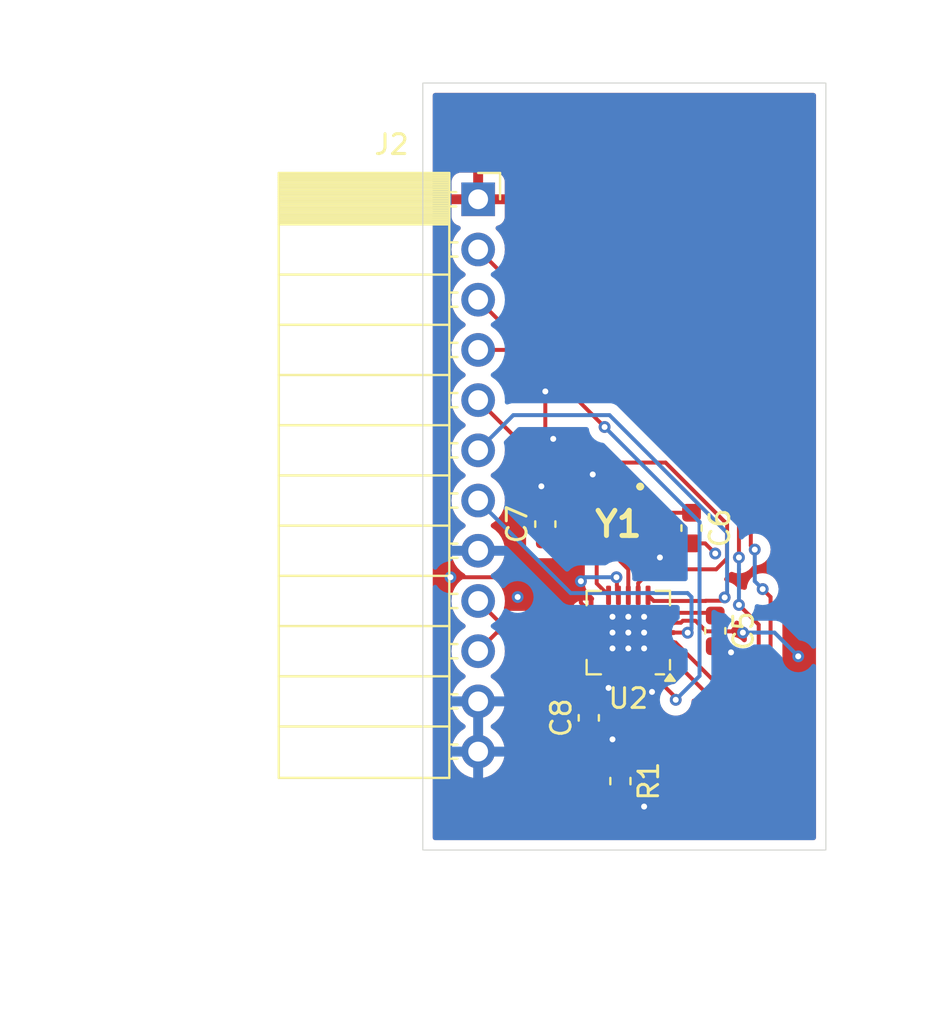
<source format=kicad_pcb>
(kicad_pcb (version 20240108) (generator "pcbnew") (generator_version "8.0")
  (layers (0 "F.Cu" signal) (31 "B.Cu" signal) (34 "B.Paste" user) (35 "F.Paste" user) (36 "B.SilkS" user "B.Silkscreen") (37 "F.SilkS" user "F.Silkscreen") (38 "B.Mask" user) (39 "F.Mask" user) (44 "Edge.Cuts" user))
  (net 0 "")
  (net 1 "GND")
  (net 2 "Net-(U2-DCOUPL)")
  (net 3 "OSC_IN")
  (net 4 "OSC_OUT")
  (net 5 "VDD")
  (net 6 "RBIAS")
  (net 7 "RF_P")
  (net 8 "RF_N")
  (net 9 "GDO2")
  (net 10 "SPI_SCLK")
  (net 11 "SPI_MOSI")
  (net 12 "SPI_NSS")
  (net 13 "SPI_MISO")
  (net 14 "GDO0")
  (footprint "Capacitor_SMD:C_0603_1608Metric" (layer "F.Cu") (at 159.8 65.1125 -90)
    (property "Reference" "C8" (at 0 1.4 90) (layer "F.SilkS"))
    (property "Value" "0.1uF")
    (fp_line (start -0.14058 0.51) (end 0.14058 0.51) (stroke (width 0.12)) (layer "F.SilkS"))
    (fp_line (start -0.14058 -0.51) (end 0.14058 -0.51) (stroke (width 0.12)) (layer "F.SilkS"))
    (pad "1" smd roundrect (at -0.775 0 270) (size 0.9 0.95) (layers "F.Cu" "F.Paste" "F.Mask") (net 5 "VDD"))
    (pad "2" smd roundrect (at 0.775 0 270) (size 0.9 0.95) (layers "F.Cu" "F.Paste" "F.Mask") (net 1 "GND"))
  )
  (footprint "Capacitor_SMD:C_0603_1608Metric" (layer "F.Cu") (at 157.6 55.3125 90)
    (property "Reference" "C7" (at 0 -1.43 90) (layer "F.SilkS"))
    (property "Value" "27pF")
    (fp_line (start -0.14058 -0.51) (end 0.14058 -0.51) (stroke (width 0.12)) (layer "F.SilkS"))
    (fp_line (start -0.14058 0.51) (end 0.14058 0.51) (stroke (width 0.12)) (layer "F.SilkS"))
    (pad "1" smd roundrect (at -0.775 0 90) (size 0.9 0.95) (layers "F.Cu" "F.Paste" "F.Mask") (net 4 "OSC_OUT"))
    (pad "2" smd roundrect (at 0.775 0 90) (size 0.9 0.95) (layers "F.Cu" "F.Paste" "F.Mask") (net 1 "GND"))
  )
  (footprint "Inductor_SMD:L_0603_1608Metric" (layer "F.Cu") (at 161.4 68.3125 -90)
    (property "Reference" "R1" (at 0 -1.43 90) (layer "F.SilkS"))
    (property "Value" "56k")
    (fp_line (start -0.162779 0.51) (end 0.162779 0.51) (stroke (width 0.12)) (layer "F.SilkS"))
    (fp_line (start -0.162779 -0.51) (end 0.162779 -0.51) (stroke (width 0.12)) (layer "F.SilkS"))
    (pad "1" smd roundrect (at -0.7875 0 270) (size 0.875 0.95) (layers "F.Cu" "F.Paste" "F.Mask") (net 6 "RBIAS"))
    (pad "2" smd roundrect (at 0.7875 0 270) (size 0.875 0.95) (layers "F.Cu" "F.Paste" "F.Mask") (net 1 "GND"))
  )
  (footprint "Connector_PinSocket_2.54mm:PinSocket_1x12_P2.54mm_Horizontal" (layer "F.Cu") (at 154.2 38.88)
    (property "Reference" "J2" (at -4.38 -2.77 0) (layer "F.SilkS"))
    (property "Value" "Conn_01x12")
    (fp_line (start -10.09 -1.33) (end -10.09 29.27) (stroke (width 0.12)) (layer "F.SilkS"))
    (fp_line (start -10.09 -1.33) (end -1.46 -1.33) (stroke (width 0.12)) (layer "F.SilkS"))
    (fp_line (start -10.09 -1.21) (end -1.46 -1.21) (stroke (width 0.12)) (layer "F.SilkS"))
    (fp_line (start -10.09 -1.091905) (end -1.46 -1.091905) (stroke (width 0.12)) (layer "F.SilkS"))
    (fp_line (start -10.09 -0.97381) (end -1.46 -0.97381) (stroke (width 0.12)) (layer "F.SilkS"))
    (fp_line (start -10.09 -0.855715) (end -1.46 -0.855715) (stroke (width 0.12)) (layer "F.SilkS"))
    (fp_line (start -10.09 -0.73762) (end -1.46 -0.73762) (stroke (width 0.12)) (layer "F.SilkS"))
    (fp_line (start -10.09 -0.619525) (end -1.46 -0.619525) (stroke (width 0.12)) (layer "F.SilkS"))
    (fp_line (start -10.09 -0.50143) (end -1.46 -0.50143) (stroke (width 0.12)) (layer "F.SilkS"))
    (fp_line (start -10.09 -0.383335) (end -1.46 -0.383335) (stroke (width 0.12)) (layer "F.SilkS"))
    (fp_line (start -10.09 -0.26524) (end -1.46 -0.26524) (stroke (width 0.12)) (layer "F.SilkS"))
    (fp_line (start -10.09 -0.147145) (end -1.46 -0.147145) (stroke (width 0.12)) (layer "F.SilkS"))
    (fp_line (start -10.09 -0.02905) (end -1.46 -0.02905) (stroke (width 0.12)) (layer "F.SilkS"))
    (fp_line (start -10.09 0.089045) (end -1.46 0.089045) (stroke (width 0.12)) (layer "F.SilkS"))
    (fp_line (start -10.09 0.20714) (end -1.46 0.20714) (stroke (width 0.12)) (layer "F.SilkS"))
    (fp_line (start -10.09 0.325235) (end -1.46 0.325235) (stroke (width 0.12)) (layer "F.SilkS"))
    (fp_line (start -10.09 0.44333) (end -1.46 0.44333) (stroke (width 0.12)) (layer "F.SilkS"))
    (fp_line (start -10.09 0.561425) (end -1.46 0.561425) (stroke (width 0.12)) (layer "F.SilkS"))
    (fp_line (start -10.09 0.67952) (end -1.46 0.67952) (stroke (width 0.12)) (layer "F.SilkS"))
    (fp_line (start -10.09 0.797615) (end -1.46 0.797615) (stroke (width 0.12)) (layer "F.SilkS"))
    (fp_line (start -10.09 0.91571) (end -1.46 0.91571) (stroke (width 0.12)) (layer "F.SilkS"))
    (fp_line (start -10.09 1.033805) (end -1.46 1.033805) (stroke (width 0.12)) (layer "F.SilkS"))
    (fp_line (start -10.09 1.1519) (end -1.46 1.1519) (stroke (width 0.12)) (layer "F.SilkS"))
    (fp_line (start -10.09 1.27) (end -1.46 1.27) (stroke (width 0.12)) (layer "F.SilkS"))
    (fp_line (start -10.09 3.81) (end -1.46 3.81) (stroke (width 0.12)) (layer "F.SilkS"))
    (fp_line (start -10.09 6.35) (end -1.46 6.35) (stroke (width 0.12)) (layer "F.SilkS"))
    (fp_line (start -10.09 8.89) (end -1.46 8.89) (stroke (width 0.12)) (layer "F.SilkS"))
    (fp_line (start -10.09 11.43) (end -1.46 11.43) (stroke (width 0.12)) (layer "F.SilkS"))
    (fp_line (start -10.09 13.97) (end -1.46 13.97) (stroke (width 0.12)) (layer "F.SilkS"))
    (fp_line (start -10.09 16.51) (end -1.46 16.51) (stroke (width 0.12)) (layer "F.SilkS"))
    (fp_line (start -10.09 19.05) (end -1.46 19.05) (stroke (width 0.12)) (layer "F.SilkS"))
    (fp_line (start -10.09 21.59) (end -1.46 21.59) (stroke (width 0.12)) (layer "F.SilkS"))
    (fp_line (start -10.09 24.13) (end -1.46 24.13) (stroke (width 0.12)) (layer "F.SilkS"))
    (fp_line (start -10.09 26.67) (end -1.46 26.67) (stroke (width 0.12)) (layer "F.SilkS"))
    (fp_line (start -10.09 29.27) (end -1.46 29.27) (stroke (width 0.12)) (layer "F.SilkS"))
    (fp_line (start -1.46 -1.33) (end -1.46 29.27) (stroke (width 0.12)) (layer "F.SilkS"))
    (fp_line (start -1.46 -0.36) (end -1.11 -0.36) (stroke (width 0.12)) (layer "F.SilkS"))
    (fp_line (start -1.46 0.36) (end -1.11 0.36) (stroke (width 0.12)) (layer "F.SilkS"))
    (fp_line (start -1.46 2.18) (end -1.05 2.18) (stroke (width 0.12)) (layer "F.SilkS"))
    (fp_line (start -1.46 2.9) (end -1.05 2.9) (stroke (width 0.12)) (layer "F.SilkS"))
    (fp_line (start -1.46 4.72) (end -1.05 4.72) (stroke (width 0.12)) (layer "F.SilkS"))
    (fp_line (start -1.46 5.44) (end -1.05 5.44) (stroke (width 0.12)) (layer "F.SilkS"))
    (fp_line (start -1.46 7.26) (end -1.05 7.26) (stroke (width 0.12)) (layer "F.SilkS"))
    (fp_line (start -1.46 7.98) (end -1.05 7.98) (stroke (width 0.12)) (layer "F.SilkS"))
    (fp_line (start -1.46 9.8) (end -1.05 9.8) (stroke (width 0.12)) (layer "F.SilkS"))
    (fp_line (start -1.46 10.52) (end -1.05 10.52) (stroke (width 0.12)) (layer "F.SilkS"))
    (fp_line (start -1.46 12.34) (end -1.05 12.34) (stroke (width 0.12)) (layer "F.SilkS"))
    (fp_line (start -1.46 13.06) (end -1.05 13.06) (stroke (width 0.12)) (layer "F.SilkS"))
    (fp_line (start -1.46 14.88) (end -1.05 14.88) (stroke (width 0.12)) (layer "F.SilkS"))
    (fp_line (start -1.46 15.6) (end -1.05 15.6) (stroke (width 0.12)) (layer "F.SilkS"))
    (fp_line (start -1.46 17.42) (end -1.05 17.42) (stroke (width 0.12)) (layer "F.SilkS"))
    (fp_line (start -1.46 18.14) (end -1.05 18.14) (stroke (width 0.12)) (layer "F.SilkS"))
    (fp_line (start -1.46 19.96) (end -1.05 19.96) (stroke (width 0.12)) (layer "F.SilkS"))
    (fp_line (start -1.46 20.68) (end -1.05 20.68) (stroke (width 0.12)) (layer "F.SilkS"))
    (fp_line (start -1.46 22.5) (end -1.05 22.5) (stroke (width 0.12)) (layer "F.SilkS"))
    (fp_line (start -1.46 23.22) (end -1.05 23.22) (stroke (width 0.12)) (layer "F.SilkS"))
    (fp_line (start -1.46 25.04) (end -1.05 25.04) (stroke (width 0.12)) (layer "F.SilkS"))
    (fp_line (start -1.46 25.76) (end -1.05 25.76) (stroke (width 0.12)) (layer "F.SilkS"))
    (fp_line (start -1.46 27.58) (end -1.05 27.58) (stroke (width 0.12)) (layer "F.SilkS"))
    (fp_line (start -1.46 28.3) (end -1.05 28.3) (stroke (width 0.12)) (layer "F.SilkS"))
    (fp_line (start 0 -1.33) (end 1.11 -1.33) (stroke (width 0.12)) (layer "F.SilkS"))
    (fp_line (start 1.11 -1.33) (end 1.11 0) (stroke (width 0.12)) (layer "F.SilkS"))
    (pad "1" thru_hole rect (at 0 0) (size 1.7 1.7) (drill 1) (layers "*.Cu" "*.Mask") (net 5 "VDD"))
    (pad "2" thru_hole oval (at 0 2.54) (size 1.7 1.7) (drill 1) (layers "*.Cu" "*.Mask") (net 10 "SPI_SCLK"))
    (pad "3" thru_hole oval (at 0 5.08) (size 1.7 1.7) (drill 1) (layers "*.Cu" "*.Mask") (net 13 "SPI_MISO"))
    (pad "4" thru_hole oval (at 0 7.62) (size 1.7 1.7) (drill 1) (layers "*.Cu" "*.Mask") (net 11 "SPI_MOSI"))
    (pad "5" thru_hole oval (at 0 10.16) (size 1.7 1.7) (drill 1) (layers "*.Cu" "*.Mask") (net 12 "SPI_NSS"))
    (pad "6" thru_hole oval (at 0 12.7) (size 1.7 1.7) (drill 1) (layers "*.Cu" "*.Mask") (net 14 "GDO0"))
    (pad "7" thru_hole oval (at 0 15.24) (size 1.7 1.7) (drill 1) (layers "*.Cu" "*.Mask") (net 9 "GDO2"))
    (pad "8" thru_hole oval (at 0 17.78) (size 1.7 1.7) (drill 1) (layers "*.Cu" "*.Mask") (net 1 "GND"))
    (pad "9" thru_hole oval (at 0 20.32) (size 1.7 1.7) (drill 1) (layers "*.Cu" "*.Mask") (net 7 "RF_P"))
    (pad "10" thru_hole oval (at 0 22.86) (size 1.7 1.7) (drill 1) (layers "*.Cu" "*.Mask") (net 8 "RF_N"))
    (pad "11" thru_hole oval (at 0 25.4) (size 1.7 1.7) (drill 1) (layers "*.Cu" "*.Mask") (net 1 "GND"))
    (pad "12" thru_hole oval (at 0 27.94) (size 1.7 1.7) (drill 1) (layers "*.Cu" "*.Mask") (net 1 "GND"))
  )
  (footprint "Package_DFN_QFN:Texas_RGP0020H_VQFN-20-1EP_4x4mm_P0.5mm_EP2.4x2.4mm" (layer "F.Cu") (at 161.8 60.8 180)
    (property "Reference" "U2" (at 0 -3.33 360) (layer "F.SilkS"))
    (property "Value" "CC1101RGPR")
    (fp_line (start 2.11 2.11) (end 2.11 1.385) (stroke (width 0.12)) (layer "F.SilkS"))
    (fp_line (start 2.11 -2.11) (end 2.11 -1.385) (stroke (width 0.12)) (layer "F.SilkS"))
    (fp_line (start 1.385 2.11) (end 2.11 2.11) (stroke (width 0.12)) (layer "F.SilkS"))
    (fp_line (start 1.385 -2.11) (end 2.11 -2.11) (stroke (width 0.12)) (layer "F.SilkS"))
    (fp_line (start -1.385 2.11) (end -2.11 2.11) (stroke (width 0.12)) (layer "F.SilkS"))
    (fp_line (start -1.385 -2.11) (end -1.81 -2.11) (stroke (width 0.12)) (layer "F.SilkS"))
    (fp_line (start -2.11 2.11) (end -2.11 1.385) (stroke (width 0.12)) (layer "F.SilkS"))
    (fp_line (start -2.11 -1.385) (end -2.11 -1.87) (stroke (width 0.12)) (layer "F.SilkS"))
    (fp_poly (pts (xy -2.11 -2.11) (xy -2.35 -2.44) (xy -1.87 -2.44) (xy -2.11 -2.11)) (stroke (width 0.12)) (fill solid) (layer "F.SilkS"))
    (pad "1" smd roundrect (at -1.8875 -1 180) (size 0.975 0.25) (layers "F.Cu" "F.Paste" "F.Mask") (net 10 "SPI_SCLK"))
    (pad "2" smd roundrect (at -1.8875 -0.5 180) (size 0.975 0.25) (layers "F.Cu" "F.Paste" "F.Mask") (net 13 "SPI_MISO"))
    (pad "3" smd roundrect (at -1.8875 0 180) (size 0.975 0.25) (layers "F.Cu" "F.Paste" "F.Mask") (net 9 "GDO2"))
    (pad "4" smd roundrect (at -1.8875 0.5 180) (size 0.975 0.25) (layers "F.Cu" "F.Paste" "F.Mask") (net 5 "VDD"))
    (pad "5" smd roundrect (at -1.8875 1 180) (size 0.975 0.25) (layers "F.Cu" "F.Paste" "F.Mask") (net 2 "Net-(U2-DCOUPL)"))
    (pad "6" smd roundrect (at -1 1.8875 180) (size 0.25 0.975) (layers "F.Cu" "F.Paste" "F.Mask") (net 14 "GDO0"))
    (pad "7" smd roundrect (at -0.5 1.8875 180) (size 0.25 0.975) (layers "F.Cu" "F.Paste" "F.Mask") (net 12 "SPI_NSS"))
    (pad "8" smd roundrect (at 0 1.8875 180) (size 0.25 0.975) (layers "F.Cu" "F.Paste" "F.Mask") (net 3 "OSC_IN"))
    (pad "9" smd roundrect (at 0.5 1.8875 180) (size 0.25 0.975) (layers "F.Cu" "F.Paste" "F.Mask") (net 5 "VDD"))
    (pad "10" smd roundrect (at 1 1.8875 180) (size 0.25 0.975) (layers "F.Cu" "F.Paste" "F.Mask") (net 4 "OSC_OUT"))
    (pad "11" smd roundrect (at 1.8875 1 180) (size 0.975 0.25) (layers "F.Cu" "F.Paste" "F.Mask") (net 5 "VDD"))
    (pad "12" smd roundrect (at 1.8875 0.5 180) (size 0.975 0.25) (layers "F.Cu" "F.Paste" "F.Mask") (net 7 "RF_P"))
    (pad "13" smd roundrect (at 1.8875 0 180) (size 0.975 0.25) (layers "F.Cu" "F.Paste" "F.Mask") (net 8 "RF_N"))
    (pad "14" smd roundrect (at 1.8875 -0.5 180) (size 0.975 0.25) (layers "F.Cu" "F.Paste" "F.Mask") (net 5 "VDD"))
    (pad "15" smd roundrect (at 1.8875 -1 180) (size 0.975 0.25) (layers "F.Cu" "F.Paste" "F.Mask") (net 5 "VDD"))
    (pad "16" smd roundrect (at 1 -1.8875 180) (size 0.25 0.975) (layers "F.Cu" "F.Paste" "F.Mask") (net 1 "GND"))
    (pad "17" smd roundrect (at 0.5 -1.8875 180) (size 0.25 0.975) (layers "F.Cu" "F.Paste" "F.Mask") (net 6 "RBIAS"))
    (pad "18" smd roundrect (at 0 -1.8875 180) (size 0.25 0.975) (layers "F.Cu" "F.Paste" "F.Mask") (net 5 "VDD"))
    (pad "19" smd roundrect (at -0.5 -1.8875 180) (size 0.25 0.975) (layers "F.Cu" "F.Paste" "F.Mask") (net 1 "GND"))
    (pad "20" smd roundrect (at -1 -1.8875 180) (size 0.25 0.975) (layers "F.Cu" "F.Paste" "F.Mask") (net 11 "SPI_MOSI"))
    (pad "21" smd rect (at 0 0 180) (size 2.4 2.4) (property pad_prop_heatsink) (layers "F.Cu" "F.Mask") (net 1 "GND"))
  )
  (footprint "Capacitor_SMD:C_0603_1608Metric" (layer "F.Cu") (at 166.2 60.7125 -90)
    (property "Reference" "C5" (at 0 -1.43 90) (layer "F.SilkS"))
    (property "Value" "0.1uF")
    (fp_line (start -0.14058 0.51) (end 0.14058 0.51) (stroke (width 0.12)) (layer "F.SilkS"))
    (fp_line (start -0.14058 -0.51) (end 0.14058 -0.51) (stroke (width 0.12)) (layer "F.SilkS"))
    (pad "1" smd roundrect (at -0.775 0 270) (size 0.9 0.95) (layers "F.Cu" "F.Paste" "F.Mask") (net 2 "Net-(U2-DCOUPL)"))
    (pad "2" smd roundrect (at 0.775 0 270) (size 0.9 0.95) (layers "F.Cu" "F.Paste" "F.Mask") (net 1 "GND"))
  )
  (footprint "SamacSys_Parts:NX3225GA16000MSTDCRG1" (layer "F.Cu") (at 161.3 55.3125 180)
    (property "Reference" "Y1" (at 0 0 360) (layer "F.SilkS") (effects (font (size 1.27 1.27) (thickness 0.254))))
    (property "Value" "NX3225GA-26.000MHZ-EXS00A-CG01972" (hide yes))
    (fp_line (start -1 1.9) (end -1 1.9) (stroke (width 0.2)) (layer "F.SilkS"))
    (fp_line (start -1.2 1.9) (end -1.2 1.9) (stroke (width 0.2)) (layer "F.SilkS"))
    (fp_arc (start -1 1.9) (mid -1.1 2) (end -1.2 1.9) (stroke (width 0.2)) (layer "F.SilkS"))
    (fp_arc (start -1.2 1.9) (mid -1.1 1.8) (end -1 1.9) (stroke (width 0.2)) (layer "F.SilkS"))
    (pad "1" smd rect (at -1.1 0.8 270) (size 1.2 1.4) (layers "F.Cu" "F.Paste" "F.Mask") (net 3 "OSC_IN"))
    (pad "2" smd rect (at 1.1 0.8 270) (size 1.2 1.4) (layers "F.Cu" "F.Paste" "F.Mask") (net 1 "GND"))
    (pad "3" smd rect (at 1.1 -0.8 270) (size 1.2 1.4) (layers "F.Cu" "F.Paste" "F.Mask") (net 4 "OSC_OUT"))
    (pad "4" smd rect (at -1.1 -0.8 270) (size 1.2 1.4) (layers "F.Cu" "F.Paste" "F.Mask") (net 1 "GND"))
  )
  (footprint "Capacitor_SMD:C_0603_1608Metric" (layer "F.Cu") (at 165 55.5125 -90)
    (property "Reference" "C6" (at 0 -1.43 90) (layer "F.SilkS"))
    (property "Value" "27pF")
    (fp_line (start -0.14058 0.51) (end 0.14058 0.51) (stroke (width 0.12)) (layer "F.SilkS"))
    (fp_line (start -0.14058 -0.51) (end 0.14058 -0.51) (stroke (width 0.12)) (layer "F.SilkS"))
    (pad "1" smd roundrect (at -0.775 0 270) (size 0.9 0.95) (layers "F.Cu" "F.Paste" "F.Mask") (net 3 "OSC_IN"))
    (pad "2" smd roundrect (at 0.775 0 270) (size 0.9 0.95) (layers "F.Cu" "F.Paste" "F.Mask") (net 1 "GND"))
  )
  (gr_rect (start 151.4 33) (end 171.8 71.8) (stroke (width 0.05)) (fill none) (layer "Edge.Cuts"))
  (segment (start 167 61.8) (end 166.5125 61.8) (width 0.2) (layer "F.Cu") (net 1))
  (segment (start 160.6875 65.8875) (end 161 66.2) (width 0.2) (layer "F.Cu") (net 1))
  (segment (start 160.2 54.5125) (end 160.2 53) (width 0.2) (layer "F.Cu") (net 1))
  (segment (start 162.1 69.1) (end 162.6 69.6) (width 0.2) (layer "F.Cu") (net 1))
  (segment (start 157.6 48.6) (end 157.6 50.6) (width 0.2) (layer "F.Cu") (net 1))
  (segment (start 163 63.8) (end 162.910614 63.8) (width 0.2) (layer "F.Cu") (net 1))
  (segment (start 165 56.2875) (end 165.6875 56.2875) (width 0.2) (layer "F.Cu") (net 1))
  (segment (start 157.6 54.5375) (end 157.6 53.6) (width 0.2) (layer "F.Cu") (net 1))
  (segment (start 161.4 69.1) (end 162.1 69.1) (width 0.2) (layer "F.Cu") (net 1))
  (segment (start 165.6875 56.2875) (end 166.2 56.8) (width 0.2) (layer "F.Cu") (net 1))
  (segment (start 162.3 63.189386) (end 162.3 62.6875) (width 0.2) (layer "F.Cu") (net 1))
  (segment (start 162.5125 56.1125) (end 163.4 57) (width 0.2) (layer "F.Cu") (net 1))
  (segment (start 166.5125 61.8) (end 166.2 61.4875) (width 0.2) (layer "F.Cu") (net 1))
  (segment (start 164.825 56.1125) (end 165 56.2875) (width 0.2) (layer "F.Cu") (net 1))
  (segment (start 157.6 53.6) (end 157.4 53.4) (width 0.2) (layer "F.Cu") (net 1))
  (segment (start 162.910614 63.8) (end 162.3 63.189386) (width 0.2) (layer "F.Cu") (net 1))
  (segment (start 157.6 50.6) (end 158 51) (width 0.2) (layer "F.Cu") (net 1))
  (segment (start 162.4 56.1125) (end 164.825 56.1125) (width 0.2) (layer "F.Cu") (net 1))
  (segment (start 160.8 63.6) (end 160.8 62.6875) (width 0.2) (layer "F.Cu") (net 1))
  (segment (start 160.2 53) (end 160 52.8) (width 0.2) (layer "F.Cu") (net 1))
  (segment (start 159.8 65.8875) (end 160.6875 65.8875) (width 0.2) (layer "F.Cu") (net 1))
  (segment (start 162.4 56.1125) (end 162.5125 56.1125) (width 0.2) (layer "F.Cu") (net 1))
  (via (at 161.8 60) (size 0.6) (drill 0.3) (layers "F.Cu" "B.Cu") (net 1))
  (via (at 160 52.8) (size 0.6) (drill 0.3) (layers "F.Cu" "B.Cu") (net 1))
  (via (at 161 60.8) (size 0.6) (drill 0.3) (layers "F.Cu" "B.Cu") (net 1))
  (via (at 161 60) (size 0.6) (drill 0.3) (layers "F.Cu" "B.Cu") (net 1))
  (via (at 158 51) (size 0.6) (drill 0.3) (layers "F.Cu" "B.Cu") (net 1))
  (via (at 162.6 69.6) (size 0.6) (drill 0.3) (layers "F.Cu" "B.Cu") (net 1))
  (via (at 163 63.8) (size 0.6) (drill 0.3) (layers "F.Cu" "B.Cu") (net 1))
  (via (at 161.8 61.6) (size 0.6) (drill 0.3) (layers "F.Cu" "B.Cu") (net 1))
  (via (at 162.6 60) (size 0.6) (drill 0.3) (layers "F.Cu" "B.Cu") (net 1))
  (via (at 161.8 60.8) (size 0.6) (drill 0.3) (layers "F.Cu" "B.Cu") (net 1))
  (via (at 166.2 56.8) (size 0.6) (drill 0.3) (layers "F.Cu" "B.Cu") (net 1))
  (via (at 157.6 48.6) (size 0.6) (drill 0.3) (layers "F.Cu" "B.Cu") (net 1))
  (via (at 157.4 53.4) (size 0.6) (drill 0.3) (layers "F.Cu" "B.Cu") (net 1))
  (via (at 160.8 63.6) (size 0.6) (drill 0.3) (layers "F.Cu" "B.Cu") (net 1))
  (via (at 162.6 60.8) (size 0.6) (drill 0.3) (layers "F.Cu" "B.Cu") (net 1))
  (via (at 161 66.2) (size 0.6) (drill 0.3) (layers "F.Cu" "B.Cu") (net 1))
  (via (at 167 61.8) (size 0.6) (drill 0.3) (layers "F.Cu" "B.Cu") (net 1))
  (via (at 161 61.6) (size 0.6) (drill 0.3) (layers "F.Cu" "B.Cu") (net 1))
  (via (at 163.4 57) (size 0.6) (drill 0.3) (layers "F.Cu" "B.Cu") (net 1))
  (via (at 162.6 61.6) (size 0.6) (drill 0.3) (layers "F.Cu" "B.Cu") (net 1))
  (segment (start 163.6875 59.8) (end 166.0625 59.8) (width 0.2) (layer "F.Cu") (net 2))
  (segment (start 166.0625 59.8) (end 166.2 59.9375) (width 0.2) (layer "F.Cu") (net 2))
  (segment (start 162.625 54.7375) (end 162.4 54.5125) (width 0.2) (layer "F.Cu") (net 3))
  (segment (start 162.1 54.5125) (end 161.4 55.2125) (width 0.2) (layer "F.Cu") (net 3))
  (segment (start 161.8 57.6) (end 161.8 58.9125) (width 0.2) (layer "F.Cu") (net 3))
  (segment (start 161.4 55.2125) (end 161.4 57.2) (width 0.2) (layer "F.Cu") (net 3))
  (segment (start 161.4 57.2) (end 161.8 57.6) (width 0.2) (layer "F.Cu") (net 3))
  (segment (start 165 54.7375) (end 162.625 54.7375) (width 0.2) (layer "F.Cu") (net 3))
  (segment (start 162.4 54.5125) (end 162.1 54.5125) (width 0.2) (layer "F.Cu") (net 3))
  (segment (start 160.2 58.3125) (end 160.8 58.9125) (width 0.2) (layer "F.Cu") (net 4))
  (segment (start 157.6 56.0875) (end 160.175 56.0875) (width 0.2) (layer "F.Cu") (net 4))
  (segment (start 160.175 56.0875) (end 160.2 56.1125) (width 0.2) (layer "F.Cu") (net 4))
  (segment (start 160.2 56.1125) (end 160.2 58.3125) (width 0.2) (layer "F.Cu") (net 4))
  (segment (start 164.462491 60.3) (end 164.562491 60.2) (width 0.2) (layer "F.Cu") (net 5))
  (segment (start 159.8 64.3375) (end 159.8 61.9125) (width 0.2) (layer "F.Cu") (net 5))
  (segment (start 159.4 58.2) (end 159.4 59.2875) (width 0.2) (layer "F.Cu") (net 5))
  (segment (start 167.5375 60.7375) (end 167.6 60.8) (width 0.2) (layer "F.Cu") (net 5))
  (segment (start 163.6875 60.3) (end 164.462491 60.3) (width 0.2) (layer "F.Cu") (net 5))
  (segment (start 159.9125 61.8) (end 159.9125 61.3) (width 0.2) (layer "F.Cu") (net 5))
  (segment (start 159.8 61.9125) (end 159.9125 61.8) (width 0.2) (layer "F.Cu") (net 5))
  (segment (start 161.8 63.185785) (end 161.8 64.2) (width 0.2) (layer "F.Cu") (net 5))
  (segment (start 164.562491 60.2) (end 165.2 60.2) (width 0.2) (layer "F.Cu") (net 5))
  (segment (start 159.4 59.2875) (end 159.9125 59.8) (width 0.2) (layer "F.Cu") (net 5))
  (segment (start 161.3 58.9125) (end 161.225 58.8375) (width 0.2) (layer "F.Cu") (net 5))
  (segment (start 161.225 58.025) (end 161.2 58) (width 0.2) (layer "F.Cu") (net 5))
  (segment (start 165.2 60.2) (end 165.7375 60.7375) (width 0.2) (layer "F.Cu") (net 5))
  (segment (start 161.8 62.6875) (end 161.8 63.185785) (width 0.2) (layer "F.Cu") (net 5))
  (segment (start 165.7375 60.7375) (end 167.5375 60.7375) (width 0.2) (layer "F.Cu") (net 5))
  (segment (start 161.225 58.4) (end 161.225 58.025) (width 0.2) (layer "F.Cu") (net 5))
  (segment (start 155.2 58) (end 152.8 58) (width 0.2) (layer "F.Cu") (net 5))
  (segment (start 156.2 59) (end 155.2 58) (width 0.2) (layer "F.Cu") (net 5))
  (segment (start 161.8 64.2) (end 162.8 65.2) (width 0.2) (layer "F.Cu") (net 5))
  (segment (start 161.225 58.8375) (end 161.225 58.4) (width 0.2) (layer "F.Cu") (net 5))
  (via (at 167.6 60.8) (size 0.6) (drill 0.3) (layers "F.Cu" "B.Cu") (net 5))
  (via (at 156.2 59) (size 0.6) (drill 0.3) (layers "F.Cu" "B.Cu") (net 5))
  (via (at 152.8 58) (size 0.6) (drill 0.3) (layers "F.Cu" "B.Cu") (net 5))
  (via (at 170.4 62) (size 0.6) (drill 0.3) (layers "F.Cu" "B.Cu") (net 5))
  (via (at 159.4 58.2) (size 0.6) (drill 0.3) (layers "F.Cu" "B.Cu") (net 5))
  (via (at 161.2 58) (size 0.6) (drill 0.3) (layers "F.Cu" "B.Cu") (net 5))
  (segment (start 167.6 60.8) (end 169.2 60.8) (width 0.2) (layer "B.Cu") (net 5))
  (segment (start 159.6 58) (end 159.4 58.2) (width 0.2) (layer "B.Cu") (net 5))
  (segment (start 161.2 58) (end 159.6 58) (width 0.2) (layer "B.Cu") (net 5))
  (segment (start 169.2 60.8) (end 170.4 62) (width 0.2) (layer "B.Cu") (net 5))
  (segment (start 161.6 67.325) (end 161.4 67.525) (width 0.2) (layer "F.Cu") (net 6))
  (segment (start 161.2 65.551471) (end 161.6 65.951471) (width 0.2) (layer "F.Cu") (net 6))
  (segment (start 161.2 64.048529) (end 161.2 65.551471) (width 0.2) (layer "F.Cu") (net 6))
  (segment (start 161.4 63.351471) (end 161.4 63.848529) (width 0.2) (layer "F.Cu") (net 6))
  (segment (start 161.3 63.251471) (end 161.4 63.351471) (width 0.2) (layer "F.Cu") (net 6))
  (segment (start 161.6 65.951471) (end 161.6 67.325) (width 0.2) (layer "F.Cu") (net 6))
  (segment (start 161.3 62.6875) (end 161.3 63.251471) (width 0.2) (layer "F.Cu") (net 6))
  (segment (start 161.4 63.848529) (end 161.2 64.048529) (width 0.2) (layer "F.Cu") (net 6))
  (segment (start 155.3 60.3) (end 159.9125 60.3) (width 0.2) (layer "F.Cu") (net 7))
  (segment (start 154.2 59.2) (end 155.3 60.3) (width 0.2) (layer "F.Cu") (net 7))
  (segment (start 159.9125 60.8) (end 155.14 60.8) (width 0.2) (layer "F.Cu") (net 8))
  (segment (start 155.14 60.8) (end 154.2 61.74) (width 0.2) (layer "F.Cu") (net 8))
  (segment (start 164.8 60.8) (end 163.6875 60.8) (width 0.2) (layer "F.Cu") (net 9))
  (segment (start 164.80551 60.80551) (end 164.8 60.8) (width 0.2) (layer "F.Cu") (net 9))
  (via (at 164.80551 60.80551) (size 0.6) (drill 0.3) (layers "F.Cu" "B.Cu") (net 9))
  (segment (start 158.88 58.8) (end 154.2 54.12) (width 0.2) (layer "B.Cu") (net 9))
  (segment (start 164.80551 60.80551) (end 165 60.61102) (width 0.2) (layer "B.Cu") (net 9))
  (segment (start 165 59) (end 164.8 58.8) (width 0.2) (layer "B.Cu") (net 9))
  (segment (start 164.8 58.8) (end 158.88 58.8) (width 0.2) (layer "B.Cu") (net 9))
  (segment (start 165 60.61102) (end 165 59) (width 0.2) (layer "B.Cu") (net 9))
  (segment (start 168 55.22) (end 154.2 41.42) (width 0.2) (layer "F.Cu") (net 10))
  (segment (start 169 62.4) (end 167.6 63.8) (width 0.2) (layer "F.Cu") (net 10))
  (segment (start 167.6 63.8) (end 165.6875 63.8) (width 0.2) (layer "F.Cu") (net 10))
  (segment (start 165.6875 63.8) (end 163.6875 61.8) (width 0.2) (layer "F.Cu") (net 10))
  (segment (start 168 55.22) (end 168 56.4) (width 0.2) (layer "F.Cu") (net 10))
  (segment (start 168.6 58.6) (end 169 59) (width 0.2) (layer "F.Cu") (net 10))
  (segment (start 169 59) (end 169 62.4) (width 0.2) (layer "F.Cu") (net 10))
  (segment (start 168 56.4) (end 168.2 56.6) (width 0.2) (layer "F.Cu") (net 10))
  (via (at 168.2 56.6) (size 0.6) (drill 0.3) (layers "F.Cu" "B.Cu") (net 10))
  (via (at 168.6 58.6) (size 0.6) (drill 0.3) (layers "F.Cu" "B.Cu") (net 10))
  (segment (start 168.2 56.6) (end 168.2 58.2) (width 0.2) (layer "B.Cu") (net 10))
  (segment (start 168.2 58.2) (end 168.6 58.6) (width 0.2) (layer "B.Cu") (net 10))
  (segment (start 164.2 64.0875) (end 164.2 64.2) (width 0.2) (layer "F.Cu") (net 11))
  (segment (start 154.2 46.5) (end 156.7 46.5) (width 0.2) (layer "F.Cu") (net 11))
  (segment (start 162.8 62.6875) (end 164.2 64.0875) (width 0.2) (layer "F.Cu") (net 11))
  (segment (start 156.7 46.5) (end 160.6 50.4) (width 0.2) (layer "F.Cu") (net 11))
  (via (at 164.2 64.2) (size 0.6) (drill 0.3) (layers "F.Cu" "B.Cu") (net 11))
  (via (at 160.6 50.4) (size 0.6) (drill 0.3) (layers "F.Cu" "B.Cu") (net 11))
  (segment (start 160.6 50.4) (end 165.40551 55.20551) (width 0.2) (layer "B.Cu") (net 11))
  (segment (start 165.40551 55.20551) (end 165.40551 62.99449) (width 0.2) (layer "B.Cu") (net 11))
  (segment (start 165.40551 62.99449) (end 164.2 64.2) (width 0.2) (layer "B.Cu") (net 11))
  (segment (start 166.8 57.048529) (end 166.248529 57.6) (width 0.2) (layer "F.Cu") (net 12))
  (segment (start 166.8 55.313804) (end 166.8 57.048529) (width 0.2) (layer "F.Cu") (net 12))
  (segment (start 157.36 52.2) (end 163.686196 52.2) (width 0.2) (layer "F.Cu") (net 12))
  (segment (start 163.686196 52.2) (end 166.8 55.313804) (width 0.2) (layer "F.Cu") (net 12))
  (segment (start 154.2 49.04) (end 157.36 52.2) (width 0.2) (layer "F.Cu") (net 12))
  (segment (start 166.248529 57.6) (end 163 57.6) (width 0.2) (layer "F.Cu") (net 12))
  (segment (start 163 57.6) (end 162.3 58.3) (width 0.2) (layer "F.Cu") (net 12))
  (segment (start 162.3 58.3) (end 162.3 58.9125) (width 0.2) (layer "F.Cu") (net 12))
  (segment (start 167.4 63.2) (end 168.4 62.2) (width 0.2) (layer "F.Cu") (net 13))
  (segment (start 167.4 57) (end 167.4 55.2) (width 0.2) (layer "F.Cu") (net 13))
  (segment (start 163.6875 61.3) (end 164.189386 61.3) (width 0.2) (layer "F.Cu") (net 13))
  (segment (start 168.4 60.4) (end 167.4 59.4) (width 0.2) (layer "F.Cu") (net 13))
  (segment (start 164.189386 61.3) (end 166.089386 63.2) (width 0.2) (layer "F.Cu") (net 13))
  (segment (start 168.4 62.2) (end 168.4 60.4) (width 0.2) (layer "F.Cu") (net 13))
  (segment (start 166.089386 63.2) (end 167.4 63.2) (width 0.2) (layer "F.Cu") (net 13))
  (segment (start 167.4 55.2) (end 157.55 45.35) (width 0.2) (layer "F.Cu") (net 13))
  (segment (start 157.55 45.35) (end 155.59 45.35) (width 0.2) (layer "F.Cu") (net 13))
  (segment (start 155.59 45.35) (end 154.2 43.96) (width 0.2) (layer "F.Cu") (net 13))
  (via (at 167.4 57) (size 0.6) (drill 0.3) (layers "F.Cu" "B.Cu") (net 13))
  (via (at 167.4 59.4) (size 0.6) (drill 0.3) (layers "F.Cu" "B.Cu") (net 13))
  (segment (start 167.4 59.4) (end 167.4 57.6) (width 0.2) (layer "B.Cu") (net 13))
  (segment (start 167.4 57.6) (end 167.4 57) (width 0.2) (layer "B.Cu") (net 13))
  (segment (start 165.713804 59.2) (end 163.0875 59.2) (width 0.2) (layer "F.Cu") (net 14))
  (segment (start 165.726304 59.1875) (end 165.713804 59.2) (width 0.2) (layer "F.Cu") (net 14))
  (segment (start 166.677972 59.020607) (end 166.511079 59.1875) (width 0.2) (layer "F.Cu") (net 14))
  (segment (start 163.0875 59.2) (end 162.8 58.9125) (width 0.2) (layer "F.Cu") (net 14))
  (segment (start 166.511079 59.1875) (end 165.726304 59.1875) (width 0.2) (layer "F.Cu") (net 14))
  (via (at 166.677972 59.020607) (size 0.6) (drill 0.3) (layers "F.Cu" "B.Cu") (net 14))
  (segment (start 166.8 55.751471) (end 160.848529 49.8) (width 0.2) (layer "B.Cu") (net 14))
  (segment (start 155.98 49.8) (end 154.2 51.58) (width 0.2) (layer "B.Cu") (net 14))
  (segment (start 166.677972 59.020607) (end 166.8 58.898579) (width 0.2) (layer "B.Cu") (net 14))
  (segment (start 166.8 58.898579) (end 166.8 55.751471) (width 0.2) (layer "B.Cu") (net 14))
  (segment (start 160.848529 49.8) (end 155.98 49.8) (width 0.2) (layer "B.Cu") (net 14))
  (zone (net 5) (net_name "VDD") (layer "F.Cu") (priority 1) (connect_pads (clearance 0.5)) (min_thickness 0.25) (fill yes (thermal_gap 0.5) (thermal_bridge_width 0.5))
    (polygon (pts (xy 138.8 28.8) (xy 176.2 29) (xy 178 79.2) (xy 130 80.6) (xy 131.8 29.2)))
  )
  (zone (net 1) (net_name "GND") (layer "B.Cu") (connect_pads (clearance 0.5)) (min_thickness 0.25) (fill yes (thermal_gap 0.5) (thermal_bridge_width 0.5))
    (polygon (pts (xy 138.2 31) (xy 173 30.4) (xy 174 74.2) (xy 138.2 74)))
  )
)
</source>
